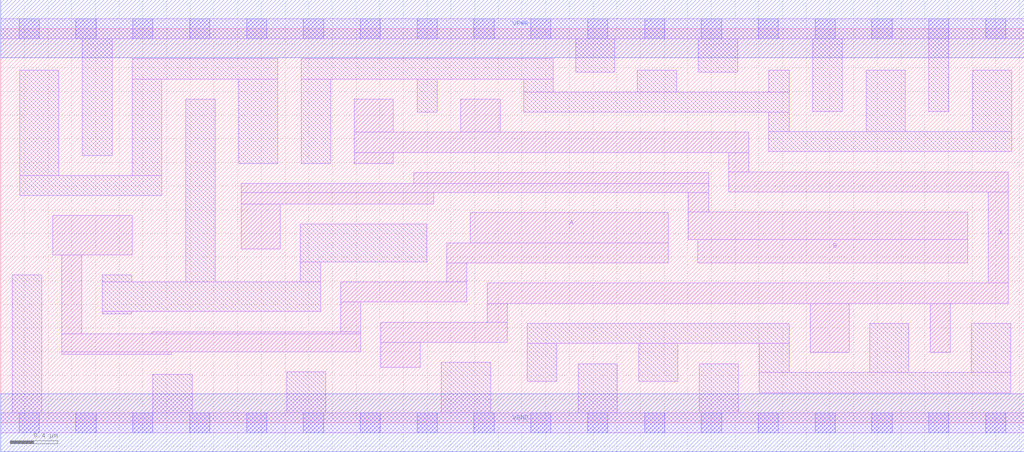
<source format=lef>
# Copyright 2020 The SkyWater PDK Authors
#
# Licensed under the Apache License, Version 2.0 (the "License");
# you may not use this file except in compliance with the License.
# You may obtain a copy of the License at
#
#     https://www.apache.org/licenses/LICENSE-2.0
#
# Unless required by applicable law or agreed to in writing, software
# distributed under the License is distributed on an "AS IS" BASIS,
# WITHOUT WARRANTIES OR CONDITIONS OF ANY KIND, either express or implied.
# See the License for the specific language governing permissions and
# limitations under the License.
#
# SPDX-License-Identifier: Apache-2.0

VERSION 5.5 ;
NAMESCASESENSITIVE ON ;
BUSBITCHARS "[]" ;
DIVIDERCHAR "/" ;
MACRO sky130_fd_sc_ls__xor2_4
  CLASS CORE ;
  SOURCE USER ;
  ORIGIN  0.000000  0.000000 ;
  SIZE  8.640000 BY  3.330000 ;
  SYMMETRY X Y ;
  SITE unit ;
  PIN A
    ANTENNAGATEAREA  1.638000 ;
    DIRECTION INPUT ;
    USE SIGNAL ;
    PORT
      LAYER li1 ;
        RECT 0.440000 1.420000 1.110000 1.750000 ;
        RECT 0.515000 0.580000 1.445000 0.600000 ;
        RECT 0.515000 0.600000 3.040000 0.750000 ;
        RECT 0.515000 0.750000 0.685000 1.420000 ;
        RECT 1.275000 0.750000 3.040000 0.770000 ;
        RECT 2.870000 0.770000 3.040000 1.020000 ;
        RECT 2.870000 1.020000 3.935000 1.190000 ;
        RECT 3.765000 1.190000 3.935000 1.350000 ;
        RECT 3.765000 1.350000 5.635000 1.520000 ;
        RECT 3.965000 1.520000 5.635000 1.775000 ;
    END
  END A
  PIN B
    ANTENNAGATEAREA  1.638000 ;
    DIRECTION INPUT ;
    USE SIGNAL ;
    PORT
      LAYER li1 ;
        RECT 2.030000 1.470000 2.360000 1.850000 ;
        RECT 2.030000 1.850000 3.655000 1.945000 ;
        RECT 2.030000 1.945000 5.975000 2.020000 ;
        RECT 3.485000 2.020000 5.975000 2.115000 ;
        RECT 5.805000 1.550000 8.165000 1.780000 ;
        RECT 5.805000 1.780000 5.975000 1.945000 ;
        RECT 5.885000 1.350000 8.165000 1.550000 ;
    END
  END B
  PIN X
    ANTENNADIFFAREA  1.504500 ;
    DIRECTION OUTPUT ;
    USE SIGNAL ;
    PORT
      LAYER li1 ;
        RECT 2.985000 2.190000 3.315000 2.285000 ;
        RECT 2.985000 2.285000 6.315000 2.455000 ;
        RECT 2.985000 2.455000 3.315000 2.735000 ;
        RECT 3.210000 0.470000 3.540000 0.680000 ;
        RECT 3.210000 0.680000 4.275000 0.850000 ;
        RECT 3.885000 2.455000 4.215000 2.735000 ;
        RECT 4.105000 0.850000 4.275000 1.010000 ;
        RECT 4.105000 1.010000 8.505000 1.180000 ;
        RECT 6.145000 1.950000 8.505000 2.120000 ;
        RECT 6.145000 2.120000 6.315000 2.285000 ;
        RECT 6.835000 0.595000 7.165000 1.010000 ;
        RECT 7.845000 0.595000 8.015000 1.010000 ;
        RECT 8.335000 1.180000 8.505000 1.950000 ;
    END
  END X
  PIN VGND
    DIRECTION INOUT ;
    SHAPE ABUTMENT ;
    USE GROUND ;
    PORT
      LAYER met1 ;
        RECT 0.000000 -0.245000 8.640000 0.245000 ;
    END
  END VGND
  PIN VPWR
    DIRECTION INOUT ;
    SHAPE ABUTMENT ;
    USE POWER ;
    PORT
      LAYER met1 ;
        RECT 0.000000 3.085000 8.640000 3.575000 ;
    END
  END VPWR
  OBS
    LAYER li1 ;
      RECT 0.000000 -0.085000 8.640000 0.085000 ;
      RECT 0.000000  3.245000 8.640000 3.415000 ;
      RECT 0.095000  0.085000 0.345000 1.250000 ;
      RECT 0.160000  1.920000 1.360000 2.090000 ;
      RECT 0.160000  2.090000 0.490000 2.980000 ;
      RECT 0.690000  2.260000 0.940000 3.245000 ;
      RECT 0.855000  0.920000 1.105000 0.940000 ;
      RECT 0.855000  0.940000 2.700000 1.190000 ;
      RECT 0.855000  1.190000 1.105000 1.250000 ;
      RECT 1.110000  2.090000 1.360000 2.905000 ;
      RECT 1.110000  2.905000 2.340000 3.075000 ;
      RECT 1.285000  0.085000 1.615000 0.410000 ;
      RECT 1.560000  1.190000 1.810000 2.735000 ;
      RECT 2.010000  2.190000 2.340000 2.905000 ;
      RECT 2.415000  0.085000 2.745000 0.430000 ;
      RECT 2.530000  1.190000 2.700000 1.360000 ;
      RECT 2.530000  1.360000 3.595000 1.680000 ;
      RECT 2.535000  2.190000 2.785000 2.905000 ;
      RECT 2.535000  2.905000 4.665000 3.075000 ;
      RECT 3.515000  2.625000 3.685000 2.905000 ;
      RECT 3.720000  0.085000 4.135000 0.510000 ;
      RECT 4.415000  2.625000 6.655000 2.795000 ;
      RECT 4.415000  2.795000 4.665000 2.905000 ;
      RECT 4.445000  0.350000 4.695000 0.670000 ;
      RECT 4.445000  0.670000 6.655000 0.840000 ;
      RECT 4.855000  2.965000 5.185000 3.245000 ;
      RECT 4.875000  0.085000 5.205000 0.500000 ;
      RECT 5.375000  2.795000 5.705000 2.980000 ;
      RECT 5.385000  0.350000 5.715000 0.670000 ;
      RECT 5.890000  2.965000 6.220000 3.245000 ;
      RECT 5.895000  0.085000 6.225000 0.500000 ;
      RECT 6.405000  0.255000 8.525000 0.425000 ;
      RECT 6.405000  0.425000 6.655000 0.670000 ;
      RECT 6.485000  2.290000 8.535000 2.460000 ;
      RECT 6.485000  2.460000 6.655000 2.625000 ;
      RECT 6.485000  2.795000 6.655000 2.980000 ;
      RECT 6.855000  2.630000 7.105000 3.245000 ;
      RECT 7.305000  2.460000 7.635000 2.980000 ;
      RECT 7.335000  0.425000 7.665000 0.840000 ;
      RECT 7.835000  2.630000 8.005000 3.245000 ;
      RECT 8.195000  0.425000 8.525000 0.840000 ;
      RECT 8.205000  2.460000 8.535000 2.980000 ;
    LAYER mcon ;
      RECT 0.155000 -0.085000 0.325000 0.085000 ;
      RECT 0.155000  3.245000 0.325000 3.415000 ;
      RECT 0.635000 -0.085000 0.805000 0.085000 ;
      RECT 0.635000  3.245000 0.805000 3.415000 ;
      RECT 1.115000 -0.085000 1.285000 0.085000 ;
      RECT 1.115000  3.245000 1.285000 3.415000 ;
      RECT 1.595000 -0.085000 1.765000 0.085000 ;
      RECT 1.595000  3.245000 1.765000 3.415000 ;
      RECT 2.075000 -0.085000 2.245000 0.085000 ;
      RECT 2.075000  3.245000 2.245000 3.415000 ;
      RECT 2.555000 -0.085000 2.725000 0.085000 ;
      RECT 2.555000  3.245000 2.725000 3.415000 ;
      RECT 3.035000 -0.085000 3.205000 0.085000 ;
      RECT 3.035000  3.245000 3.205000 3.415000 ;
      RECT 3.515000 -0.085000 3.685000 0.085000 ;
      RECT 3.515000  3.245000 3.685000 3.415000 ;
      RECT 3.995000 -0.085000 4.165000 0.085000 ;
      RECT 3.995000  3.245000 4.165000 3.415000 ;
      RECT 4.475000 -0.085000 4.645000 0.085000 ;
      RECT 4.475000  3.245000 4.645000 3.415000 ;
      RECT 4.955000 -0.085000 5.125000 0.085000 ;
      RECT 4.955000  3.245000 5.125000 3.415000 ;
      RECT 5.435000 -0.085000 5.605000 0.085000 ;
      RECT 5.435000  3.245000 5.605000 3.415000 ;
      RECT 5.915000 -0.085000 6.085000 0.085000 ;
      RECT 5.915000  3.245000 6.085000 3.415000 ;
      RECT 6.395000 -0.085000 6.565000 0.085000 ;
      RECT 6.395000  3.245000 6.565000 3.415000 ;
      RECT 6.875000 -0.085000 7.045000 0.085000 ;
      RECT 6.875000  3.245000 7.045000 3.415000 ;
      RECT 7.355000 -0.085000 7.525000 0.085000 ;
      RECT 7.355000  3.245000 7.525000 3.415000 ;
      RECT 7.835000 -0.085000 8.005000 0.085000 ;
      RECT 7.835000  3.245000 8.005000 3.415000 ;
      RECT 8.315000 -0.085000 8.485000 0.085000 ;
      RECT 8.315000  3.245000 8.485000 3.415000 ;
  END
END sky130_fd_sc_ls__xor2_4
END LIBRARY

</source>
